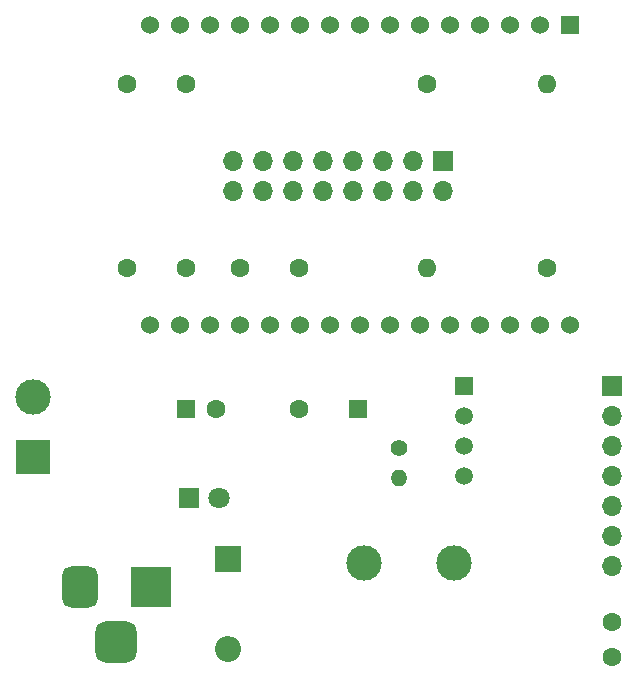
<source format=gts>
%TF.GenerationSoftware,KiCad,Pcbnew,8.0.7-unknown-202501031821~9d36205ced~ubuntu20.04.1*%
%TF.CreationDate,2025-02-02T17:39:59-03:00*%
%TF.ProjectId,Wise-Shield-32,57697365-2d53-4686-9965-6c642d33322e,1*%
%TF.SameCoordinates,Original*%
%TF.FileFunction,Soldermask,Top*%
%TF.FilePolarity,Negative*%
%FSLAX46Y46*%
G04 Gerber Fmt 4.6, Leading zero omitted, Abs format (unit mm)*
G04 Created by KiCad (PCBNEW 8.0.7-unknown-202501031821~9d36205ced~ubuntu20.04.1) date 2025-02-02 17:39:59*
%MOMM*%
%LPD*%
G01*
G04 APERTURE LIST*
G04 Aperture macros list*
%AMRoundRect*
0 Rectangle with rounded corners*
0 $1 Rounding radius*
0 $2 $3 $4 $5 $6 $7 $8 $9 X,Y pos of 4 corners*
0 Add a 4 corners polygon primitive as box body*
4,1,4,$2,$3,$4,$5,$6,$7,$8,$9,$2,$3,0*
0 Add four circle primitives for the rounded corners*
1,1,$1+$1,$2,$3*
1,1,$1+$1,$4,$5*
1,1,$1+$1,$6,$7*
1,1,$1+$1,$8,$9*
0 Add four rect primitives between the rounded corners*
20,1,$1+$1,$2,$3,$4,$5,0*
20,1,$1+$1,$4,$5,$6,$7,0*
20,1,$1+$1,$6,$7,$8,$9,0*
20,1,$1+$1,$8,$9,$2,$3,0*%
G04 Aperture macros list end*
%ADD10R,1.600000X1.600000*%
%ADD11C,1.600000*%
%ADD12R,3.000000X3.000000*%
%ADD13C,3.000000*%
%ADD14R,1.800000X1.800000*%
%ADD15C,1.800000*%
%ADD16R,1.524000X1.524000*%
%ADD17C,1.524000*%
%ADD18R,2.200000X2.200000*%
%ADD19O,2.200000X2.200000*%
%ADD20O,1.600000X1.600000*%
%ADD21R,1.500000X1.500000*%
%ADD22C,1.500000*%
%ADD23R,1.700000X1.700000*%
%ADD24O,1.700000X1.700000*%
%ADD25R,3.500000X3.500000*%
%ADD26RoundRect,0.750000X-0.750000X-1.000000X0.750000X-1.000000X0.750000X1.000000X-0.750000X1.000000X0*%
%ADD27RoundRect,0.875000X-0.875000X-0.875000X0.875000X-0.875000X0.875000X0.875000X-0.875000X0.875000X0*%
%ADD28C,1.400000*%
%ADD29O,1.400000X1.400000*%
G04 APERTURE END LIST*
D10*
%TO.C,C3\u002A*%
X114500000Y-96000000D03*
D11*
X117000000Y-96000000D03*
%TD*%
D12*
%TO.C,J6\u002A*%
X101500000Y-100040000D03*
D13*
X101500000Y-94960000D03*
%TD*%
D14*
%TO.C,D1\u002A*%
X114725000Y-103500000D03*
D15*
X117265000Y-103500000D03*
%TD*%
D11*
%TO.C,C4*%
X109500000Y-68500000D03*
X114500000Y-68500000D03*
%TD*%
D13*
%TO.C,J5*%
X137120000Y-109000000D03*
X129500000Y-109000000D03*
%TD*%
D16*
%TO.C,U1*%
X147000000Y-63500000D03*
D17*
X144460000Y-63500000D03*
X141920000Y-63500000D03*
X139380000Y-63500000D03*
X136840000Y-63500000D03*
X134300000Y-63500000D03*
X131760000Y-63500000D03*
X129220000Y-63500000D03*
X126680000Y-63500000D03*
X124140000Y-63500000D03*
X121600000Y-63500000D03*
X119060000Y-63500000D03*
X116520000Y-63500000D03*
X113980000Y-63500000D03*
X111440000Y-63500000D03*
X111440000Y-88900000D03*
X113980000Y-88900000D03*
X116520000Y-88900000D03*
X119060000Y-88900000D03*
X121600000Y-88900000D03*
X124140000Y-88900000D03*
X126680000Y-88900000D03*
X129220000Y-88900000D03*
X131760000Y-88900000D03*
X134300000Y-88900000D03*
X136840000Y-88900000D03*
X139380000Y-88900000D03*
X141920000Y-88900000D03*
X144460000Y-88900000D03*
X147000000Y-88900000D03*
%TD*%
D11*
%TO.C,R1\u002A*%
X150500000Y-117000000D03*
X150500000Y-114000000D03*
%TD*%
%TO.C,C2*%
X109500000Y-84000000D03*
X114500000Y-84000000D03*
%TD*%
D10*
%TO.C,C5*%
X129000000Y-96000000D03*
D11*
X124000000Y-96000000D03*
%TD*%
D18*
%TO.C,D2*%
X118000000Y-108690000D03*
D19*
X118000000Y-116310000D03*
%TD*%
D11*
%TO.C,R2*%
X134840000Y-68500000D03*
D20*
X145000000Y-68500000D03*
%TD*%
D21*
%TO.C,U2\u002A*%
X138000000Y-94000000D03*
D22*
X138000000Y-96540000D03*
X138000000Y-99080000D03*
X138000000Y-101620000D03*
%TD*%
D23*
%TO.C,J4\u002A*%
X150500000Y-94000000D03*
D24*
X150500000Y-96540000D03*
X150500000Y-99080000D03*
X150500000Y-101620000D03*
X150500000Y-104160000D03*
X150500000Y-106700000D03*
X150500000Y-109240000D03*
%TD*%
D25*
%TO.C,J3*%
X111500000Y-111042500D03*
D26*
X105500000Y-111042500D03*
D27*
X108500000Y-115742500D03*
%TD*%
D11*
%TO.C,R3*%
X145000000Y-84000000D03*
D20*
X134840000Y-84000000D03*
%TD*%
D11*
%TO.C,C1*%
X119000000Y-84000000D03*
X124000000Y-84000000D03*
%TD*%
D28*
%TO.C,R4\u002A*%
X132500000Y-99280000D03*
D29*
X132500000Y-101820000D03*
%TD*%
D24*
%TO.C,J1*%
X126080000Y-74960000D03*
X126080000Y-77500000D03*
X133700000Y-74960000D03*
X128620000Y-74960000D03*
X123540000Y-74960000D03*
X121000000Y-74960000D03*
X123540000Y-77500000D03*
X128620000Y-77500000D03*
X118460000Y-77500000D03*
X136240000Y-77500000D03*
X131160000Y-77500000D03*
X133700000Y-77500000D03*
X121000000Y-77500000D03*
X118460000Y-74960000D03*
D23*
X136240000Y-74960000D03*
D24*
X131160000Y-74960000D03*
%TD*%
M02*

</source>
